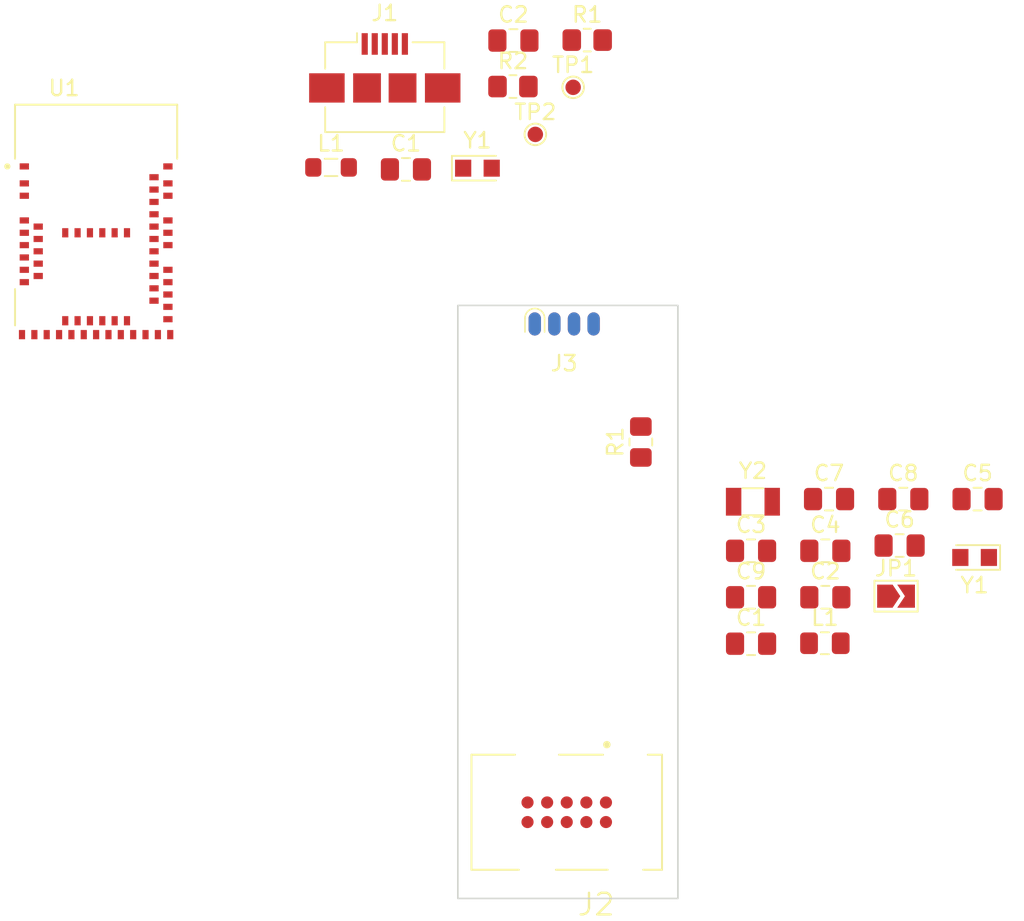
<source format=kicad_pcb>
(kicad_pcb (version 20211014) (generator pcbnew)
  (layers (0 "F.Cu" signal) (31 "B.Cu" signal) (34 "B.Paste" user) (35 "F.Paste" user) (36 "B.SilkS" user "B.Silkscreen") (37 "F.SilkS" user "F.Silkscreen") (38 "B.Mask" user) (39 "F.Mask" user) (44 "Edge.Cuts" user))
  (net 0 "")
  (net 1 "VCC")
  (net 2 "GND")
  (net 3 "SWO")
  (net 4 "Net-(U1-Pad34)")
  (net 5 "Net-(U1-Pad35)")
  (net 6 "Net-(U1-Pad30)")
  (net 17 "Net-(U1-Pad17)")
  (net 19 "Net-(U1-Pad18)")
  (net 20 "VBUS")
  (net 26 "Net-(J1-Pad2)")
  (net 28 "Net-(U1-Pad1)")
  (net 29 "Net-(U1-Pad33)")
  (net 30 "Net-(U1-Pad46)")
  (net 31 "VDD")
  (net 32 "Net-(U1-Pad2)")
  (net 33 "Net-(U1-Pad3)")
  (net 42 "Net-(U1-Pad32)")
  (net 49 "SWDIO")
  (net 50 "SWCLK")
  (net 51 "~RESET")
  (net 52 "RF")
  (net 59 "Net-(J1-Pad3)")
  (net 72 "Net-(U1-Pad31)")
  (net 80 "/USBD+")
  (net 81 "/USBD-")
  (footprint "Resistor_SMD:R_0805_2012Metric_Pad1.20x1.40mm_HandSolder" (layer "F.Cu") (at 161.01 113.93 90)
    (fp_text reference "R1" (at 0 -1.65 90) (layer "F.SilkS"))
    (fp_text value "100K")
    (fp_line (start -0.227064 0.735) (end 0.227064 0.735) (layer "F.SilkS") (width 0.12))
    (fp_line (start -0.227064 -0.735) (end 0.227064 -0.735) (layer "F.SilkS") (width 0.12))
    (pad "1" smd roundrect (at -1 0 90) (size 1.2 1.4) (layers "F.Cu" "F.Paste" "F.Mask") (roundrect_rratio 0.208333) (net 49 "SWDIO"))
    (pad "2" smd roundrect (at 1 0 90) (size 1.2 1.4) (layers "F.Cu" "F.Paste" "F.Mask") (roundrect_rratio 0.208333) (net 1 "VCC"))
  )
  (footprint "Resistor_SMD:R_0805_2012Metric_Pad1.20x1.40mm_HandSolder" (layer "F.Cu") (at 157.536 87.886)
    (fp_text reference "R1" (at 0 -1.65) (layer "F.SilkS"))
    (fp_text value "22")
    (fp_line (start -0.227064 0.735) (end 0.227064 0.735) (layer "F.SilkS") (width 0.12))
    (fp_line (start -0.227064 -0.735) (end 0.227064 -0.735) (layer "F.SilkS") (width 0.12))
    (pad "1" smd roundrect (at -1 0) (size 1.2 1.4) (layers "F.Cu" "F.Paste" "F.Mask") (roundrect_rratio 0.208333) (net 59 "Net-(J1-Pad3)"))
    (pad "2" smd roundrect (at 1 0) (size 1.2 1.4) (layers "F.Cu" "F.Paste" "F.Mask") (roundrect_rratio 0.208333) (net 80 "/USBD+"))
  )
  (footprint "Capacitor_SMD:C_0805_2012Metric_Pad1.18x1.45mm_HandSolder" (layer "F.Cu") (at 172.958 123.99)
    (fp_text reference "C2" (at 0 -1.68) (layer "F.SilkS"))
    (fp_text value "12pF")
    (fp_line (start -0.261252 0.735) (end 0.261252 0.735) (layer "F.SilkS") (width 0.12))
    (fp_line (start -0.261252 -0.735) (end 0.261252 -0.735) (layer "F.SilkS") (width 0.12))
    (pad "1" smd roundrect (at -1.0375 0) (size 1.175 1.45) (layers "F.Cu" "F.Paste" "F.Mask") (roundrect_rratio 0.212766) (net 2 "GND"))
    (pad "2" smd roundrect (at 1.0375 0) (size 1.175 1.45) (layers "F.Cu" "F.Paste" "F.Mask") (roundrect_rratio 0.212766) (net 5 "Net-(U1-Pad35)"))
  )
  (footprint "Crystal:Crystal_SMD_2012-2Pin_2.0x1.2mm_HandSoldering" (layer "F.Cu") (at 182.626 121.412 180)
    (fp_text reference "Y1" (at 0 -1.8) (layer "F.SilkS"))
    (fp_text value "32MHz")
    (fp_line (start -1.65 0.8) (end 1.2 0.8) (layer "F.SilkS") (width 0.12))
    (fp_line (start -1.65 -0.8) (end -1.65 0.8) (layer "F.SilkS") (width 0.12))
    (fp_line (start 1.2 -0.8) (end -1.65 -0.8) (layer "F.SilkS") (width 0.12))
    (pad "1" smd rect (at -0.925 0 180) (size 1.05 1.1) (layers "F.Cu" "F.Paste" "F.Mask") (net 5 "Net-(U1-Pad35)"))
    (pad "2" smd rect (at 0.925 0 180) (size 1.05 1.1) (layers "F.Cu" "F.Paste" "F.Mask") (net 4 "Net-(U1-Pad34)"))
  )
  (footprint "SOICbite:SOIC_clipProgSmall" (layer "F.Cu") (at 156.045 105.53 180)
    (fp_text reference "J3" (at 0 -3.302) (layer "F.SilkS"))
    (fp_text value "Conn_01x08")
    (fp_line (start 1.27 -0.381) (end 1.27 -1.27) (layer "F.SilkS") (width 0.1))
    (fp_line (start 2.54 -0.381) (end 2.54 -1.27) (layer "F.SilkS") (width 0.1))
    (fp_arc (start 2.54 -0.381) (mid 1.905 0.254) (end 1.27 -0.381) (layer "F.SilkS") (width 0.1))
    (pad "" np_thru_hole circle locked (at 2.54 -1.905 180) (size 0.7 0.7) (drill 0.7) (layers *.Cu *.Mask))
    (pad "" np_thru_hole circle locked (at -1.27 -1.905 180) (size 0.7 0.7) (drill 0.7) (layers *.Cu *.Mask))
    (pad "" np_thru_hole circle locked (at 0 -1.905 180) (size 0.7 0.7) (drill 0.7) (layers *.Cu *.Mask))
    (pad "" np_thru_hole circle locked (at 1.27 -1.905 180) (size 0.7 0.7) (drill 0.7) (layers *.Cu *.Mask))
    (pad "" np_thru_hole circle locked (at -2.54 -1.905 180) (size 0.7 0.7) (drill 0.7) (layers *.Cu *.Mask))
    (pad "1" smd oval locked (at 1.905 -0.75 180) (size 0.8 1.5) (layers "F.Cu" "F.Mask") (net 1 "VCC"))
    (pad "2" smd oval locked (at 0.635 -0.75 180) (size 0.8 1.5) (layers "F.Cu" "F.Mask"))
    (pad "3" smd oval locked (at -0.635 -0.75 180) (size 0.8 1.5) (layers "F.Cu" "F.Mask"))
    (pad "4" smd oval locked (at -1.905 -0.75 180) (size 0.8 1.5) (layers "F.Cu" "F.Mask") (net 2 "GND"))
    (pad "5" smd oval locked (at -1.905 -0.75 180) (size 0.8 1.5) (layers "B.Cu" "B.Mask") (net 49 "SWDIO"))
    (pad "6" smd oval locked (at -0.635 -0.75 180) (size 0.8 1.5) (layers "B.Cu" "B.Mask") (net 3 "SWO"))
    (pad "7" smd oval locked (at 0.635 -0.75 180) (size 0.8 1.5) (layers "B.Cu" "B.Mask") (net 50 "SWCLK"))
    (pad "8" smd oval locked (at 1.905 -0.75 180) (size 0.8 1.5) (layers "B.Cu" "B.Mask") (net 51 "~RESET"))
  )
  (footprint "Capacitor_SMD:C_0805_2012Metric_Pad1.18x1.45mm_HandSolder" (layer "F.Cu") (at 172.958 120.98)
    (fp_text reference "C4" (at 0 -1.68) (layer "F.SilkS"))
    (fp_text value "100nF")
    (fp_line (start -0.261252 -0.735) (end 0.261252 -0.735) (layer "F.SilkS") (width 0.12))
    (fp_line (start -0.261252 0.735) (end 0.261252 0.735) (layer "F.SilkS") (width 0.12))
    (pad "1" smd roundrect (at -1.0375 0) (size 1.175 1.45) (layers "F.Cu" "F.Paste" "F.Mask") (roundrect_rratio 0.212766) (net 2 "GND"))
    (pad "2" smd roundrect (at 1.0375 0) (size 1.175 1.45) (layers "F.Cu" "F.Paste" "F.Mask") (roundrect_rratio 0.212766) (net 28 "Net-(U1-Pad1)"))
  )
  (footprint "Capacitor_SMD:C_0805_2012Metric_Pad1.18x1.45mm_HandSolder" (layer "F.Cu") (at 152.756 87.916)
    (fp_text reference "C2" (at 0 -1.68) (layer "F.SilkS"))
    (fp_text value "22pF")
    (fp_line (start -0.261252 -0.735) (end 0.261252 -0.735) (layer "F.SilkS") (width 0.12))
    (fp_line (start -0.261252 0.735) (end 0.261252 0.735) (layer "F.SilkS") (width 0.12))
    (pad "1" smd roundrect (at -1.0375 0) (size 1.175 1.45) (layers "F.Cu" "F.Paste" "F.Mask") (roundrect_rratio 0.212766) (net 2 "GND"))
    (pad "2" smd roundrect (at 1.0375 0) (size 1.175 1.45) (layers "F.Cu" "F.Paste" "F.Mask") (roundrect_rratio 0.212766) (net 19 "Net-(U1-Pad18)"))
  )
  (footprint "Crystal:Crystal_SMD_3215-2Pin_3.2x1.5mm" (layer "F.Cu") (at 168.268 117.8)
    (fp_text reference "Y2" (at 0 -2) (layer "F.SilkS"))
    (fp_text value "32.768kHz")
    (fp_line (start -0.675 0.875) (end 0.675 0.875) (layer "F.SilkS") (width 0.12))
    (fp_line (start -0.675 -0.875) (end 0.675 -0.875) (layer "F.SilkS") (width 0.12))
    (pad "1" smd rect (at 1.25 0) (size 1 1.8) (layers "F.Cu" "F.Paste" "F.Mask") (net 33 "Net-(U1-Pad3)"))
    (pad "2" smd rect (at -1.25 0) (size 1 1.8) (layers "F.Cu" "F.Paste" "F.Mask") (net 32 "Net-(U1-Pad2)"))
  )
  (footprint "Resistor_SMD:R_0805_2012Metric_Pad1.20x1.40mm_HandSolder" (layer "F.Cu") (at 152.726 90.896)
    (fp_text reference "R2" (at 0 -1.65) (layer "F.SilkS"))
    (fp_text value "22")
    (fp_line (start -0.227064 -0.735) (end 0.227064 -0.735) (layer "F.SilkS") (width 0.12))
    (fp_line (start -0.227064 0.735) (end 0.227064 0.735) (layer "F.SilkS") (width 0.12))
    (pad "1" smd roundrect (at -1 0) (size 1.2 1.4) (layers "F.Cu" "F.Paste" "F.Mask") (roundrect_rratio 0.208333) (net 81 "/USBD-"))
    (pad "2" smd roundrect (at 1 0) (size 1.2 1.4) (layers "F.Cu" "F.Paste" "F.Mask") (roundrect_rratio 0.208333) (net 26 "Net-(J1-Pad2)"))
  )
  (footprint "Connector_USB:USB_Micro-B_Amphenol_10104110_Horizontal" (layer "F.Cu") (at 144.426 89.686)
    (fp_text reference "J1" (at 0 -3.55) (layer "F.SilkS"))
    (fp_text value "USB_B_Micro")
    (fp_line (start -3.86 0.05) (end -3.86 -1.66) (layer "F.SilkS") (width 0.12))
    (fp_line (start -3.86 4.16) (end 3.86 4.16) (layer "F.SilkS") (width 0.12))
    (fp_line (start -3.86 4.16) (end -3.86 2.55) (layer "F.SilkS") (width 0.12))
    (fp_line (start 3.86 -1.66) (end 1.8 -1.66) (layer "F.SilkS") (width 0.12))
    (fp_line (start -3.86 -1.66) (end -1.8 -1.66) (layer "F.SilkS") (width 0.12))
    (fp_line (start 3.86 4.16) (end 3.86 2.55) (layer "F.SilkS") (width 0.12))
    (fp_line (start -1.8 -1.66) (end -1.8 -2.25) (layer "F.SilkS") (width 0.12))
    (fp_line (start 3.86 0.05) (end 3.86 -1.66) (layer "F.SilkS") (width 0.12))
    (pad "1" smd rect (at -1.3 -1.55) (size 0.4 1.4) (layers "F.Cu" "F.Paste" "F.Mask") (net 20 "VBUS"))
    (pad "2" smd rect (at -0.65 -1.55) (size 0.4 1.4) (layers "F.Cu" "F.Paste" "F.Mask") (net 26 "Net-(J1-Pad2)"))
    (pad "3" smd rect (at 0 -1.55) (size 0.4 1.4) (layers "F.Cu" "F.Paste" "F.Mask") (net 59 "Net-(J1-Pad3)"))
    (pad "4" smd rect (at 0.65 -1.55) (size 0.4 1.4) (layers "F.Cu" "F.Paste" "F.Mask"))
    (pad "5" smd rect (at 1.3 -1.55) (size 0.4 1.4) (layers "F.Cu" "F.Paste" "F.Mask") (net 2 "GND"))
    (pad "6" smd rect (at 1.15 1.3) (size 1.8 1.9) (layers "F.Cu" "F.Paste" "F.Mask"))
    (pad "6" smd rect (at 3.75 1.3) (size 2.3 1.9) (layers "F.Cu" "F.Paste" "F.Mask"))
    (pad "6" smd rect (at -1.15 1.3) (size 1.8 1.9) (layers "F.Cu" "F.Paste" "F.Mask"))
    (pad "6" smd rect (at -3.75 1.3) (size 2.3 1.9) (layers "F.Cu" "F.Paste" "F.Mask"))
  )
  (footprint "Capacitor_SMD:C_0805_2012Metric_Pad1.18x1.45mm_HandSolder" (layer "F.Cu") (at 168.148 127)
    (fp_text reference "C1" (at 0 -1.68) (layer "F.SilkS"))
    (fp_text value "12pF")
    (fp_line (start -0.261252 -0.735) (end 0.261252 -0.735) (layer "F.SilkS") (width 0.12))
    (fp_line (start -0.261252 0.735) (end 0.261252 0.735) (layer "F.SilkS") (width 0.12))
    (pad "1" smd roundrect (at -1.0375 0) (size 1.175 1.45) (layers "F.Cu" "F.Paste" "F.Mask") (roundrect_rratio 0.212766) (net 2 "GND"))
    (pad "2" smd roundrect (at 1.0375 0) (size 1.175 1.45) (layers "F.Cu" "F.Paste" "F.Mask") (roundrect_rratio 0.212766) (net 4 "Net-(U1-Pad34)"))
  )
  (footprint "Capacitor_SMD:C_0805_2012Metric_Pad1.18x1.45mm_HandSolder" (layer "F.Cu") (at 168.148 123.99)
    (fp_text reference "C9" (at 0 -1.68) (layer "F.SilkS"))
    (fp_text value "12pF")
    (fp_line (start -0.261252 -0.735) (end 0.261252 -0.735) (layer "F.SilkS") (width 0.12))
    (fp_line (start -0.261252 0.735) (end 0.261252 0.735) (layer "F.SilkS") (width 0.12))
    (pad "1" smd roundrect (at -1.0375 0) (size 1.175 1.45) (layers "F.Cu" "F.Paste" "F.Mask") (roundrect_rratio 0.212766) (net 33 "Net-(U1-Pad3)"))
    (pad "2" smd roundrect (at 1.0375 0) (size 1.175 1.45) (layers "F.Cu" "F.Paste" "F.Mask") (roundrect_rratio 0.212766) (net 2 "GND"))
  )
  (footprint "Capacitor_SMD:C_0805_2012Metric_Pad1.18x1.45mm_HandSolder" (layer "F.Cu") (at 145.796 96.266)
    (fp_text reference "C1" (at 0 -1.68) (layer "F.SilkS"))
    (fp_text value "22pF")
    (fp_line (start -0.261252 0.735) (end 0.261252 0.735) (layer "F.SilkS") (width 0.12))
    (fp_line (start -0.261252 -0.735) (end 0.261252 -0.735) (layer "F.SilkS") (width 0.12))
    (pad "1" smd roundrect (at -1.0375 0) (size 1.175 1.45) (layers "F.Cu" "F.Paste" "F.Mask") (roundrect_rratio 0.212766) (net 2 "GND"))
    (pad "2" smd roundrect (at 1.0375 0) (size 1.175 1.45) (layers "F.Cu" "F.Paste" "F.Mask") (roundrect_rratio 0.212766) (net 17 "Net-(U1-Pad17)"))
  )
  (footprint "Capacitor_SMD:C_0805_2012Metric_Pad1.18x1.45mm_HandSolder" (layer "F.Cu") (at 182.818 117.63)
    (fp_text reference "C5" (at 0 -1.68) (layer "F.SilkS"))
    (fp_text value "100pF")
    (fp_line (start -0.261252 0.735) (end 0.261252 0.735) (layer "F.SilkS") (width 0.12))
    (fp_line (start -0.261252 -0.735) (end 0.261252 -0.735) (layer "F.SilkS") (width 0.12))
    (pad "1" smd roundrect (at -1.0375 0) (size 1.175 1.45) (layers "F.Cu" "F.Paste" "F.Mask") (roundrect_rratio 0.212766) (net 2 "GND"))
    (pad "2" smd roundrect (at 1.0375 0) (size 1.175 1.45) (layers "F.Cu" "F.Paste" "F.Mask") (roundrect_rratio 0.212766) (net 29 "Net-(U1-Pad33)"))
  )
  (footprint "TestPoint:TestPoint_Pad_D1.0mm" (layer "F.Cu") (at 156.626 90.946)
    (fp_text reference "TP1" (at 0 -1.448) (layer "F.SilkS"))
    (fp_text value "TestPoint")
    (fp_circle (center 0 0) (end 0 0.7) (layer "F.SilkS") (width 0.12) (fill none))
    (pad "1" smd circle (at 0 0) (size 1 1) (layers "F.Cu" "F.Mask") (net 59 "Net-(J1-Pad3)"))
  )
  (footprint "Capacitor_SMD:C_0805_2012Metric_Pad1.18x1.45mm_HandSolder" (layer "F.Cu") (at 177.768 120.64)
    (fp_text reference "C6" (at 0 -1.68) (layer "F.SilkS"))
    (fp_text value "1.0uF")
    (fp_line (start -0.261252 0.735) (end 0.261252 0.735) (layer "F.SilkS") (width 0.12))
    (fp_line (start -0.261252 -0.735) (end 0.261252 -0.735) (layer "F.SilkS") (width 0.12))
    (pad "1" smd roundrect (at -1.0375 0) (size 1.175 1.45) (layers "F.Cu" "F.Paste" "F.Mask") (roundrect_rratio 0.212766) (net 2 "GND"))
    (pad "2" smd roundrect (at 1.0375 0) (size 1.175 1.45) (layers "F.Cu" "F.Paste" "F.Mask") (roundrect_rratio 0.212766) (net 30 "Net-(U1-Pad46)"))
  )
  (footprint "Capacitor_SMD:C_0805_2012Metric_Pad1.18x1.45mm_HandSolder" (layer "F.Cu") (at 178.008 117.63)
    (fp_text reference "C8" (at 0 -1.68) (layer "F.SilkS"))
    (fp_text value "12pF")
    (fp_line (start -0.261252 0.735) (end 0.261252 0.735) (layer "F.SilkS") (width 0.12))
    (fp_line (start -0.261252 -0.735) (end 0.261252 -0.735) (layer "F.SilkS") (width 0.12))
    (pad "1" smd roundrect (at -1.0375 0) (size 1.175 1.45) (layers "F.Cu" "F.Paste" "F.Mask") (roundrect_rratio 0.212766) (net 32 "Net-(U1-Pad2)"))
    (pad "2" smd roundrect (at 1.0375 0) (size 1.175 1.45) (layers "F.Cu" "F.Paste" "F.Mask") (roundrect_rratio 0.212766) (net 2 "GND"))
  )
  (footprint "Crystal:Crystal_SMD_2012-2Pin_2.0x1.2mm_HandSoldering" (layer "F.Cu") (at 150.426 96.186)
    (fp_text reference "Y1" (at 0 -1.8) (layer "F.SilkS"))
    (fp_text value "32.768kHz")
    (fp_line (start -1.65 0.8) (end 1.2 0.8) (layer "F.SilkS") (width 0.12))
    (fp_line (start -1.65 -0.8) (end -1.65 0.8) (layer "F.SilkS") (width 0.12))
    (fp_line (start 1.2 -0.8) (end -1.65 -0.8) (layer "F.SilkS") (width 0.12))
    (pad "1" smd rect (at -0.925 0) (size 1.05 1.1) (layers "F.Cu" "F.Paste" "F.Mask") (net 19 "Net-(U1-Pad18)"))
    (pad "2" smd rect (at 0.925 0) (size 1.05 1.1) (layers "F.Cu" "F.Paste" "F.Mask") (net 17 "Net-(U1-Pad17)"))
  )
  (footprint "Inductor_SMD:L_0805_2012Metric_Pad1.15x1.40mm_HandSolder" (layer "F.Cu") (at 172.928 126.97)
    (fp_text reference "L1" (at 0 -1.65) (layer "F.SilkS"))
    (fp_text value "3.9nH")
    (fp_line (start -0.261252 -0.71) (end 0.261252 -0.71) (layer "F.SilkS") (width 0.12))
    (fp_line (start -0.261252 0.71) (end 0.261252 0.71) (layer "F.SilkS") (width 0.12))
    (pad "1" smd roundrect (at -1.025 0) (size 1.15 1.4) (layers "F.Cu" "F.Paste" "F.Mask") (roundrect_rratio 0.217391) (net 52 "RF"))
    (pad "2" smd roundrect (at 1.025 0) (size 1.15 1.4) (layers "F.Cu" "F.Paste" "F.Mask") (roundrect_rratio 0.217391) (net 6 "Net-(U1-Pad30)"))
  )
  (footprint "TC2050-IDC:TAG-CONNECT_TC2050-IDC" (layer "F.Cu") (at 156.21 137.922 180)
    (fp_text reference "J2" (at -1.908355 -5.979565 180) (layer "F.SilkS") (effects (font (size 1.40248 1.40248))))
    (fp_text value "TC2050-IDC")
    (fp_line (start 3.1 -3.72795) (end 6.17 -3.72795) (layer "F.SilkS") (width 0.127))
    (fp_line (start 0.5 3.72795) (end -2.35 3.72795) (layer "F.SilkS") (width 0.127))
    (fp_line (start -6.17 3.72795) (end -6.17 -3.72795) (layer "F.SilkS") (width 0.127))
    (fp_line (start -5.25 3.72795) (end -6.17 3.72795) (layer "F.SilkS") (width 0.127))
    (fp_line (start 6.17 3.72795) (end 3.35 3.72795) (layer "F.SilkS") (width 0.127))
    (fp_line (start -2.65 -3.72795) (end 0.7 -3.72795) (layer "F.SilkS") (width 0.127))
    (fp_line (start -6.17 -3.72795) (end -4.95 -3.72795) (layer "F.SilkS") (width 0.127))
    (fp_line (start 6.17 -3.72795) (end 6.17 3.72795) (layer "F.SilkS") (width 0.127))
    (fp_circle (center -2.6 4.38128) (end -2.48 4.38128) (layer "F.SilkS") (width 0.24) (fill none))
    (pad "" np_thru_hole circle locked (at -3.81 0 180) (size 0.9906 0.9906) (drill 0.9906) (layers *.Cu *.Mask))
    (pad "" np_thru_hole circle locked (at -3.81 2.54 180) (size 2.3749 2.3749) (drill 2.3749) (layers *.Cu *.Mask))
    (pad "" np_thru_hole circle locked (at 1.905 -2.54 180) (size 2.3749 2.3749) (drill 2.3749) (layers *.Cu *.Mask))
    (pad "" np_thru_hole circle locked (at 1.905 2.54 180) (size 2.3749 2.3749) (drill 2.3749) (layers *.Cu *.Mask))
    (pad "" np_thru_hole circle locked (at -3.81 -2.54 180) (size 2.3749 2.3749) (drill 2.3749) (layers *.Cu *.Mask))
    (pad "" np_thru_hole circle locked (at 3.81 -1.015 180) (size 0.9906 0.9906) (drill 0.9906) (layers *.Cu *.Mask))
    (pad "" np_thru_hole circle locked (at 3.81 1.015 180) (size 0.9906 0.9906) (drill 0.9906) (layers *.Cu *.Mask))
    (pad "1" smd circle locked (at -2.54 0.635 180) (size 0.7874 0.7874) (layers "F.Cu" "F.Mask") (net 1 "VCC"))
    (pad "2" smd circle locked (at -1.27 0.635 180) (size 0.7874 0.7874) (layers "F.Cu" "F.Mask") (net 49 "SWDIO"))
    (pad "3" smd circle locked (at 0 0.635 180) (size 0.7874 0.7874) (layers "F.Cu" "F.Mask") (net 2 "GND"))
    (pad "4" smd circle locked (at 1.27 0.635 180) (size 0.7874 0.7874) (layers "F.Cu" "F.Mask") (net 50 "SWCLK"))
    (pad "5" smd circle locked (at 2.54 0.635 180) (size 0.7874 0.7874) (layers "F.Cu" "F.Mask") (net 2 "GND"))
    (pad "6" smd circle locked (at 2.54 -0.635) (size 0.7874 0.7874) (layers "F.Cu" "F.Mask") (net 3 "SWO"))
    (pad "7" smd circle locked (at 1.27 -0.635) (size 0.7874 0.7874) (layers "F.Cu" "F.Mask"))
    (pad "8" smd circle locked (at 0 -0.635) (size 0.7874 0.7874) (layers "F.Cu" "F.Mask"))
    (pad "9" smd circle locked (at -1.27 -0.635) (size 0.7874 0.7874) (layers "F.Cu" "F.Mask"))
    (pad "10" smd circle locked (at -2.54 -0.635) (size 0.7874 0.7874) (layers "F.Cu" "F.Mask") (net 51 "~RESET"))
  )
  (footprint "Capacitor_SMD:C_0805_2012Metric_Pad1.18x1.45mm_HandSolder" (layer "F.Cu") (at 168.148 120.98)
    (fp_text reference "C3" (at 0 -1.68) (layer "F.SilkS"))
    (fp_text value "0.8pF")
    (fp_line (start -0.261252 0.735) (end 0.261252 0.735) (layer "F.SilkS") (width 0.12))
    (fp_line (start -0.261252 -0.735) (end 0.261252 -0.735) (layer "F.SilkS") (width 0.12))
    (pad "1" smd roundrect (at -1.0375 0) (size 1.175 1.45) (layers "F.Cu" "F.Paste" "F.Mask") (roundrect_rratio 0.212766) (net 6 "Net-(U1-Pad30)"))
    (pad "2" smd roundrect (at 1.0375 0) (size 1.175 1.45) (layers "F.Cu" "F.Paste" "F.Mask") (roundrect_rratio 0.212766) (net 2 "GND"))
  )
  (footprint "Jumper:SolderJumper-2_P1.3mm_Open_TrianglePad1.0x1.5mm" (layer "F.Cu") (at 177.538 123.92)
    (fp_text reference "JP1" (at 0 -1.8) (layer "F.SilkS"))
    (fp_text value "SolderJumper_2_Open")
    (fp_line (start -1.4 -1) (end 1.4 -1) (layer "F.SilkS") (width 0.12))
    (fp_line (start 1.4 -1) (end 1.4 1) (layer "F.SilkS") (width 0.12))
    (fp_line (start 1.4 1) (end -1.4 1) (layer "F.SilkS") (width 0.12))
    (fp_line (start -1.4 1) (end -1.4 -1) (layer "F.SilkS") (width 0.12))
    (pad "1" smd custom (at -0.725 0) (size 0.3 0.3) (layers "F.Cu" "F.Mask") (net 2 "GND") (options (clearance outline) (anchor rect)) (primitives (gr_poly (pts (xy 1 0) (xy 0.5 0.75) (xy -0.5 0.75) (xy -0.5 -0.75) (xy 0.5 -0.75)) (width 0) (fill yes))))
    (pad "2" smd custom (at 0.725 0) (size 0.3 0.3) (layers "F.Cu" "F.Mask") (net 42 "Net-(U1-Pad32)") (options (clearance outline) (anchor rect)) (primitives (gr_poly (pts (xy 0.5 0.75) (xy -0.65 0.75) (xy -0.15 0) (xy -0.65 -0.75) (xy 0.5 -0.75)) (width 0) (fill yes))))
  )
  (footprint "Inductor_SMD:L_0805_2012Metric_Pad1.05x1.20mm_HandSolder" (layer "F.Cu") (at 140.946 96.136)
    (fp_text reference "L1" (at 0 -1.55) (layer "F.SilkS"))
    (fp_text value "10uH (DNP?)")
    (fp_line (start -0.410242 -0.56) (end 0.410242 -0.56) (layer "F.SilkS") (width 0.12))
    (fp_line (start -0.410242 0.56) (end 0.410242 0.56) (layer "F.SilkS") (width 0.12))
    (pad "1" smd roundrect (at -1.15 0) (size 1.05 1.2) (layers "F.Cu" "F.Paste" "F.Mask") (roundrect_rratio 0.238095) (net 72 "Net-(U1-Pad31)"))
    (pad "2" smd roundrect (at 1.15 0) (size 1.05 1.2) (layers "F.Cu" "F.Paste" "F.Mask") (roundrect_rratio 0.238095) (net 1 "VCC"))
  )
  (footprint "MDBT50Q-1MV2:XCVR_MDBT50Q-1MV2" (layer "F.Cu") (at 125.73 99.822)
    (fp_text reference "U1" (at -2.075 -8.825) (layer "F.SilkS"))
    (fp_text value "MDBT50Q-1MV2")
    (fp_line (start -5.25 4.2) (end -5.25 6.55) (layer "F.SilkS") (width 0.127))
    (fp_line (start -5.25 -4.25) (end -5.25 -7.75) (layer "F.SilkS") (width 0.127))
    (fp_line (start -5.25 -7.75) (end 5.25 -7.75) (layer "F.SilkS") (width 0.127))
    (fp_line (start 5.25 -7.75) (end 5.25 -4.25) (layer "F.SilkS") (width 0.127))
    (fp_circle (center -5.75 -3.75) (end -5.65 -3.75) (layer "F.SilkS") (width 0.2) (fill none))
    (pad "1" smd rect locked (at -4.65 -3.75) (size 0.6 0.4) (layers "F.Cu" "F.Paste" "F.Mask") (net 2 "GND"))
    (pad "2" smd rect locked (at -4.65 -2.65) (size 0.6 0.4) (layers "F.Cu" "F.Paste" "F.Mask") (net 2 "GND"))
    (pad "3" smd rect locked (at -4.65 -1.85) (size 0.6 0.4) (layers "F.Cu" "F.Paste" "F.Mask"))
    (pad "4" smd rect locked (at -4.65 -0.25) (size 0.6 0.4) (layers "F.Cu" "F.Paste" "F.Mask"))
    (pad "5" smd rect locked (at -3.75 0.15) (size 0.6 0.4) (layers "F.Cu" "F.Paste" "F.Mask"))
    (pad "6" smd rect locked (at -4.65 0.55) (size 0.6 0.4) (layers "F.Cu" "F.Paste" "F.Mask"))
    (pad "7" smd rect locked (at -3.75 0.95) (size 0.6 0.4) (layers "F.Cu" "F.Paste" "F.Mask"))
    (pad "8" smd rect locked (at -4.65 1.35) (size 0.6 0.4) (layers "F.Cu" "F.Paste" "F.Mask"))
    (pad "9" smd rect locked (at -3.75 1.75) (size 0.6 0.4) (layers "F.Cu" "F.Paste" "F.Mask"))
    (pad "10" smd rect locked (at -4.65 2.15) (size 0.6 0.4) (layers "F.Cu" "F.Paste" "F.Mask"))
    (pad "11" smd rect locked (at -3.75 2.55) (size 0.6 0.4) (layers "F.Cu" "F.Paste" "F.Mask"))
    (pad "12" smd rect locked (at -4.65 2.95) (size 0.6 0.4) (layers "F.Cu" "F.Paste" "F.Mask"))
    (pad "13" smd rect locked (at -3.75 3.35) (size 0.6 0.4) (layers "F.Cu" "F.Paste" "F.Mask"))
    (pad "14" smd rect locked (at -4.65 3.75) (size 0.6 0.4) (layers "F.Cu" "F.Paste" "F.Mask"))
    (pad "15" smd rect locked (at -4.8 7.15) (size 0.4 0.6) (layers "F.Cu" "F.Paste" "F.Mask") (net 2 "GND"))
    (pad "16" smd rect locked (at -4 7.15) (size 0.4 0.6) (layers "F.Cu" "F.Paste" "F.Mask"))
    (pad "17" smd rect locked (at -3.2 7.15) (size 0.4 0.6) (layers "F.Cu" "F.Paste" "F.Mask") (net 17 "Net-(U1-Pad17)"))
    (pad "18" smd rect locked (at -2.4 7.15) (size 0.4 0.6) (layers "F.Cu" "F.Paste" "F.Mask") (net 19 "Net-(U1-Pad18)"))
    (pad "19" smd rect locked (at -2 6.25) (size 0.4 0.6) (layers "F.Cu" "F.Paste" "F.Mask"))
    (pad "20" smd rect locked (at -1.6 7.15) (size 0.4 0.6) (layers "F.Cu" "F.Paste" "F.Mask"))
    (pad "21" smd rect locked (at -1.2 6.25) (size 0.4 0.6) (layers "F.Cu" "F.Paste" "F.Mask"))
    (pad "22" smd rect locked (at -0.8 7.15) (size 0.4 0.6) (layers "F.Cu" "F.Paste" "F.Mask"))
    (pad "23" smd rect locked (at -0.4 6.25) (size 0.4 0.6) (layers "F.Cu" "F.Paste" "F.Mask"))
    (pad "24" smd rect locked (at 0 7.15) (size 0.4 0.6) (layers "F.Cu" "F.Paste" "F.Mask"))
    (pad "25" smd rect locked (at 0.4 6.25) (size 0.4 0.6) (layers "F.Cu" "F.Paste" "F.Mask"))
    (pad "26" smd rect locked (at 0.8 7.15) (size 0.4 0.6) (layers "F.Cu" "F.Paste" "F.Mask"))
    (pad "27" smd rect locked (at 1.2 6.25) (size 0.4 0.6) (layers "F.Cu" "F.Paste" "F.Mask"))
    (pad "28" smd rect locked (at 1.6 7.15) (size 0.4 0.6) (layers "F.Cu" "F.Paste" "F.Mask") (net 1 "VCC"))
    (pad "29" smd rect locked (at 2 6.25) (size 0.4 0.6) (layers "F.Cu" "F.Paste" "F.Mask"))
    (pad "30" smd rect locked (at 2.4 7.15) (size 0.4 0.6) (layers "F.Cu" "F.Paste" "F.Mask") (net 1 "VCC"))
    (pad "31" smd rect locked (at 3.2 7.15) (size 0.4 0.6) (layers "F.Cu" "F.Paste" "F.Mask") (net 72 "Net-(U1-Pad31)"))
    (pad "32" smd rect locked (at 4 7.15) (size 0.4 0.6) (layers "F.Cu" "F.Paste" "F.Mask"))
    (pad "33" smd rect locked (at 4.8 7.15) (size 0.4 0.6) (layers "F.Cu" "F.Paste" "F.Mask") (net 2 "GND"))
    (pad "34" smd rect locked (at 4.65 6.15 180) (size 0.6 0.4) (layers "F.Cu" "F.Paste" "F.Mask"))
    (pad "35" smd rect locked (at 4.65 5.35 180) (size 0.6 0.4) (layers "F.Cu" "F.Paste" "F.Mask"))
    (pad "36" smd rect locked (at 3.75 4.95 180) (size 0.6 0.4) (layers "F.Cu" "F.Paste" "F.Mask"))
    (pad "37" smd rect locked (at 4.65 4.55 180) (size 0.6 0.4) (layers "F.Cu" "F.Paste" "F.Mask"))
    (pad "38" smd rect locked (at 3.75 4.15 180) (size 0.6 0.4) (layers "F.Cu" "F.Paste" "F.Mask"))
    (pad "39" smd rect locked (at 4.65 3.75 180) (size 0.6 0.4) (layers "F.Cu" "F.Paste" "F.Mask"))
    (pad "40" smd rect locked (at 3.75 3.35 180) (size 0.6 0.4) (layers "F.Cu" "F.Paste" "F.Mask"))
    (pad "41" smd rect locked (at 4.65 2.95 180) (size 0.6 0.4) (layers "F.Cu" "F.Paste" "F.Mask"))
    (pad "42" smd rect locked (at 3.75 2.55 180) (size 0.6 0.4) (layers "F.Cu" "F.Paste" "F.Mask"))
    (pad "43" smd rect locked (at 3.75 1.75 180) (size 0.6 0.4) (layers "F.Cu" "F.Paste" "F.Mask"))
    (pad "44" smd rect locked (at 4.65 1.35 180) (size 0.6 0.4) (layers "F.Cu" "F.Paste" "F.Mask"))
    (pad "45" smd rect locked (at 3.75 0.95 180) (size 0.6 0.4) (layers "F.Cu" "F.Paste" "F.Mask"))
    (pad "46" smd rect locked (at 4.65 0.55 180) (size 0.6 0.4) (layers "F.Cu" "F.Paste" "F.Mask"))
    (pad "47" smd rect locked (at 3.75 0.15 180) (size 0.6 0.4) (layers "F.Cu" "F.Paste" "F.Mask"))
    (pad "48" smd rect locked (at 4.65 -0.25 180) (size 0.6 0.4) (layers "F.Cu" "F.Paste" "F.Mask"))
    (pad "49" smd rect locked (at 3.75 -0.65 180) (size 0.6 0.4) (layers "F.Cu" "F.Paste" "F.Mask"))
    (pad "50" smd rect locked (at 3.75 -1.45 180) (size 0.6 0.4) (layers "F.Cu" "F.Paste" "F.Mask"))
    (pad "51" smd rect locked (at 4.65 -1.85 180) (size 0.6 0.4) (layers "F.Cu" "F.Paste" "F.Mask") (net 49 "SWDIO"))
    (pad "52" smd rect locked (at 3.75 -2.25 180) (size 0.6 0.4) (layers "F.Cu" "F.Paste" "F.Mask"))
    (pad "53" smd rect locked (at 4.65 -2.65 180) (size 0.6 0.4) (layers "F.Cu" "F.Paste" "F.Mask") (net 50 "SWCLK"))
    (pad "54" smd rect locked (at 3.75 -3.05 180) (size 0.6 0.4) (layers "F.Cu" "F.Paste" "F.Mask"))
    (pad "55" smd rect locked (at 4.65 -3.75 180) (size 0.6 0.4) (layers "F.Cu" "F.Paste" "F.Mask") (net 2 "GND"))
    (pad "56" smd rect locked (at -2 0.55) (size 0.4 0.6) (layers "F.Cu" "F.Paste" "F.Mask"))
    (pad "57" smd rect locked (at -1.2 0.55) (size 0.4 0.6) (layers "F.Cu" "F.Paste" "F.Mask"))
    (pad "58" smd rect locked (at -0.4 0.55) (size 0.4 0.6) (layers "F.Cu" "F.Paste" "F.Mask"))
    (pad "59" smd rect locked (at 0.4 0.55) (size 0.4 0.6) (layers "F.Cu" "F.Paste" "F.Mask"))
    (pad "60" smd rect locked (at 1.2 0.55) (size 0.4 0.6) (layers "F.Cu" "F.Paste" "F.Mask"))
    (pad "61" smd rect locked (at 2 0.55) (size 0.4 0.6) (layers "F.Cu" "F.Paste" "F.Mask"))
  )
  (footprint "TestPoint:TestPoint_Pad_D1.0mm" (layer "F.Cu") (at 154.176 93.996)
    (fp_text reference "TP2" (at 0 -1.448) (layer "F.SilkS"))
    (fp_text value "TestPoint")
    (fp_circle (center 0 0) (end 0 0.7) (layer "F.SilkS") (width 0.12) (fill none))
    (pad "1" smd circle (at 0 0) (size 1 1) (layers "F.Cu" "F.Mask") (net 26 "Net-(J1-Pad2)"))
  )
  (footprint "Capacitor_SMD:C_0805_2012Metric_Pad1.18x1.45mm_HandSolder" (layer "F.Cu") (at 173.198 117.63)
    (fp_text reference "C7" (at 0 -1.68) (layer "F.SilkS"))
    (fp_text value "100nF")
    (fp_line (start -0.261252 -0.735) (end 0.261252 -0.735) (layer "F.SilkS") (width 0.12))
    (fp_line (start -0.261252 0.735) (end 0.261252 0.735) (layer "F.SilkS") (width 0.12))
    (pad "1" smd roundrect (at -1.0375 0) (size 1.175 1.45) (layers "F.Cu" "F.Paste" "F.Mask") (roundrect_rratio 0.212766) (net 31 "VDD"))
    (pad "2" smd roundrect (at 1.0375 0) (size 1.175 1.45) (layers "F.Cu" "F.Paste" "F.Mask") (roundrect_rratio 0.212766) (net 2 "GND"))
  )
  (gr_rect (start 149.158 105.08) (end 163.41 143.51) (layer "Edge.Cuts") (width 0.1) (fill none))
  (segment (start 157.48 137.287) (end 157.48 137.16) (width 0.25) (layer "F.Cu") (net 49))
  (segment (start 154.94 137.287) (end 154.94 137.217885) (width 0.2) (layer "F.Cu") (net 50))
  (segment (start 158.75 138.557) (end 158.959821 138.766821) (width 0.2) (layer "F.Cu") (net 51))
)
</source>
